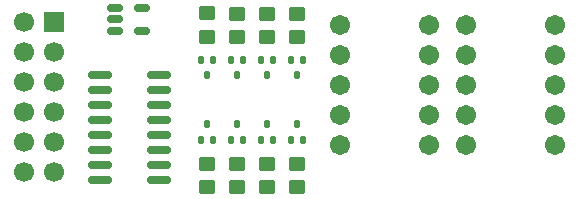
<source format=gbr>
%TF.GenerationSoftware,KiCad,Pcbnew,9.0.6-9.0.6~ubuntu24.04.1*%
%TF.CreationDate,2026-01-18T11:39:45-03:00*%
%TF.ProjectId,cotti_7seg,636f7474-695f-4377-9365-672e6b696361,0.0*%
%TF.SameCoordinates,Original*%
%TF.FileFunction,Soldermask,Bot*%
%TF.FilePolarity,Negative*%
%FSLAX46Y46*%
G04 Gerber Fmt 4.6, Leading zero omitted, Abs format (unit mm)*
G04 Created by KiCad (PCBNEW 9.0.6-9.0.6~ubuntu24.04.1) date 2026-01-18 11:39:45*
%MOMM*%
%LPD*%
G01*
G04 APERTURE LIST*
G04 Aperture macros list*
%AMRoundRect*
0 Rectangle with rounded corners*
0 $1 Rounding radius*
0 $2 $3 $4 $5 $6 $7 $8 $9 X,Y pos of 4 corners*
0 Add a 4 corners polygon primitive as box body*
4,1,4,$2,$3,$4,$5,$6,$7,$8,$9,$2,$3,0*
0 Add four circle primitives for the rounded corners*
1,1,$1+$1,$2,$3*
1,1,$1+$1,$4,$5*
1,1,$1+$1,$6,$7*
1,1,$1+$1,$8,$9*
0 Add four rect primitives between the rounded corners*
20,1,$1+$1,$2,$3,$4,$5,0*
20,1,$1+$1,$4,$5,$6,$7,0*
20,1,$1+$1,$6,$7,$8,$9,0*
20,1,$1+$1,$8,$9,$2,$3,0*%
G04 Aperture macros list end*
%ADD10RoundRect,0.125000X0.125000X-0.175000X0.125000X0.175000X-0.125000X0.175000X-0.125000X-0.175000X0*%
%ADD11RoundRect,0.150000X-0.512500X-0.150000X0.512500X-0.150000X0.512500X0.150000X-0.512500X0.150000X0*%
%ADD12C,1.712000*%
%ADD13RoundRect,0.150000X-0.825000X-0.150000X0.825000X-0.150000X0.825000X0.150000X-0.825000X0.150000X0*%
%ADD14RoundRect,0.250000X0.450000X-0.350000X0.450000X0.350000X-0.450000X0.350000X-0.450000X-0.350000X0*%
%ADD15RoundRect,0.250000X-0.450000X0.350000X-0.450000X-0.350000X0.450000X-0.350000X0.450000X0.350000X0*%
%ADD16RoundRect,0.125000X-0.125000X0.175000X-0.125000X-0.175000X0.125000X-0.175000X0.125000X0.175000X0*%
%ADD17R,1.700000X1.700000*%
%ADD18C,1.700000*%
G04 APERTURE END LIST*
D10*
%TO.C,Q14*%
X123444000Y-63231000D03*
X122944000Y-64531000D03*
X123944000Y-64531000D03*
%TD*%
D11*
%TO.C,U6*%
X113162500Y-55306000D03*
X113162500Y-54356000D03*
X113162500Y-53406000D03*
X115437500Y-53406000D03*
X115437500Y-55306000D03*
%TD*%
D12*
%TO.C,U5*%
X142848800Y-54864000D03*
X142848800Y-57404000D03*
X142848800Y-59944000D03*
X142848800Y-62484000D03*
X142848800Y-65024000D03*
X150368800Y-65024000D03*
X150368800Y-62484000D03*
X150368800Y-59944000D03*
X150368800Y-57404000D03*
X150368800Y-54864000D03*
%TD*%
D13*
%TO.C,U4*%
X111887000Y-67945000D03*
X111887000Y-66675000D03*
X111887000Y-65405000D03*
X111887000Y-64135000D03*
X111887000Y-62865000D03*
X111887000Y-61595000D03*
X111887000Y-60325000D03*
X111887000Y-59055000D03*
X116837000Y-59055000D03*
X116837000Y-60325000D03*
X116837000Y-61595000D03*
X116837000Y-62865000D03*
X116837000Y-64135000D03*
X116837000Y-65405000D03*
X116837000Y-66675000D03*
X116837000Y-67945000D03*
%TD*%
D12*
%TO.C,U2*%
X132180800Y-54864000D03*
X132180800Y-57404000D03*
X132180800Y-59944000D03*
X132180800Y-62484000D03*
X132180800Y-65024000D03*
X139700800Y-65024000D03*
X139700800Y-62484000D03*
X139700800Y-59944000D03*
X139700800Y-57404000D03*
X139700800Y-54864000D03*
%TD*%
D14*
%TO.C,R16*%
X120904000Y-55848000D03*
X120904000Y-53848000D03*
%TD*%
D15*
%TO.C,R15*%
X123444000Y-66564000D03*
X123444000Y-68564000D03*
%TD*%
%TO.C,R14*%
X120904000Y-66564000D03*
X120904000Y-68564000D03*
%TD*%
%TO.C,R13*%
X125984000Y-66564000D03*
X125984000Y-68564000D03*
%TD*%
%TO.C,R12*%
X128524000Y-66564000D03*
X128524000Y-68564000D03*
%TD*%
D14*
%TO.C,R11*%
X128524000Y-55864000D03*
X128524000Y-53864000D03*
%TD*%
%TO.C,R10*%
X125984000Y-55864000D03*
X125984000Y-53864000D03*
%TD*%
D10*
%TO.C,Q16*%
X126484000Y-64531000D03*
X125484000Y-64531000D03*
X125984000Y-63231000D03*
%TD*%
D16*
%TO.C,Q15*%
X120404000Y-57770000D03*
X121404000Y-57770000D03*
X120904000Y-59070000D03*
%TD*%
D10*
%TO.C,Q13*%
X121404000Y-64531000D03*
X120404000Y-64531000D03*
X120904000Y-63231000D03*
%TD*%
%TO.C,Q12*%
X129024000Y-64531000D03*
X128024000Y-64531000D03*
X128524000Y-63231000D03*
%TD*%
D16*
%TO.C,Q11*%
X128024000Y-57770000D03*
X129024000Y-57770000D03*
X128524000Y-59070000D03*
%TD*%
%TO.C,Q10*%
X125484000Y-57770000D03*
X126484000Y-57770000D03*
X125984000Y-59070000D03*
%TD*%
%TO.C,Q9*%
X122944000Y-57770000D03*
X123944000Y-57770000D03*
X123444000Y-59070000D03*
%TD*%
D17*
%TO.C,J1*%
X107950000Y-54610000D03*
D18*
X107950000Y-57150000D03*
X107950000Y-59690000D03*
X107950000Y-62230000D03*
X107950000Y-64770000D03*
X107950000Y-67310000D03*
X105410000Y-54610000D03*
X105410000Y-57150000D03*
X105410000Y-59690000D03*
X105410000Y-62230000D03*
X105410000Y-64770000D03*
X105410000Y-67310000D03*
%TD*%
D14*
%TO.C,R9*%
X123444000Y-55864000D03*
X123444000Y-53864000D03*
%TD*%
M02*

</source>
